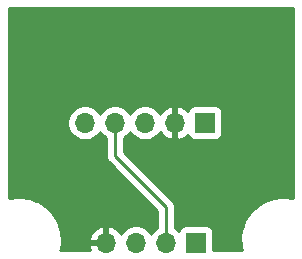
<source format=gbr>
%TF.GenerationSoftware,KiCad,Pcbnew,(5.1.6-0-10_14)*%
%TF.CreationDate,2021-05-10T19:57:21+02:00*%
%TF.ProjectId,GPS_adapter,4750535f-6164-4617-9074-65722e6b6963,rev?*%
%TF.SameCoordinates,Original*%
%TF.FileFunction,Copper,L1,Top*%
%TF.FilePolarity,Positive*%
%FSLAX46Y46*%
G04 Gerber Fmt 4.6, Leading zero omitted, Abs format (unit mm)*
G04 Created by KiCad (PCBNEW (5.1.6-0-10_14)) date 2021-05-10 19:57:21*
%MOMM*%
%LPD*%
G01*
G04 APERTURE LIST*
%TA.AperFunction,ComponentPad*%
%ADD10O,1.700000X1.700000*%
%TD*%
%TA.AperFunction,ComponentPad*%
%ADD11R,1.700000X1.700000*%
%TD*%
%TA.AperFunction,Conductor*%
%ADD12C,0.250000*%
%TD*%
%TA.AperFunction,Conductor*%
%ADD13C,0.254000*%
%TD*%
G04 APERTURE END LIST*
D10*
%TO.P,J2,4*%
%TO.N,GND*%
X139192000Y-102108000D03*
%TO.P,J2,3*%
%TO.N,TXD*%
X141732000Y-102108000D03*
%TO.P,J2,2*%
%TO.N,RXD*%
X144272000Y-102108000D03*
D11*
%TO.P,J2,1*%
%TO.N,VCC*%
X146812000Y-102108000D03*
%TD*%
D10*
%TO.P,J1,5*%
%TO.N,N/C*%
X137414000Y-91948000D03*
%TO.P,J1,4*%
%TO.N,RXD*%
X139954000Y-91948000D03*
%TO.P,J1,3*%
%TO.N,TXD*%
X142494000Y-91948000D03*
%TO.P,J1,2*%
%TO.N,GND*%
X145034000Y-91948000D03*
D11*
%TO.P,J1,1*%
%TO.N,VCC*%
X147574000Y-91948000D03*
%TD*%
D12*
%TO.N,RXD*%
X139954000Y-91948000D02*
X139954000Y-94742000D01*
X144272000Y-99060000D02*
X144272000Y-102108000D01*
X139954000Y-94742000D02*
X144272000Y-99060000D01*
%TD*%
D13*
%TO.N,GND*%
G36*
X155042000Y-98339597D02*
G01*
X155023362Y-98335144D01*
X154965393Y-98320436D01*
X154956273Y-98319116D01*
X154383567Y-98240296D01*
X154323788Y-98237962D01*
X154264059Y-98234793D01*
X154254856Y-98235270D01*
X154254854Y-98235270D01*
X153677747Y-98269190D01*
X153618646Y-98278512D01*
X153559445Y-98287005D01*
X153550510Y-98289260D01*
X152990981Y-98434629D01*
X152934869Y-98455234D01*
X152878393Y-98475082D01*
X152870066Y-98479030D01*
X152349428Y-98730310D01*
X152298370Y-98761432D01*
X152246841Y-98791862D01*
X152239440Y-98797352D01*
X151777525Y-99144973D01*
X151733484Y-99185420D01*
X151688849Y-99225277D01*
X151682655Y-99232100D01*
X151297056Y-99662819D01*
X151261714Y-99711044D01*
X151225665Y-99758819D01*
X151220914Y-99766715D01*
X150926320Y-100264128D01*
X150901000Y-100318339D01*
X150874935Y-100372168D01*
X150871808Y-100380837D01*
X150679440Y-100925997D01*
X150665127Y-100984111D01*
X150650020Y-101041956D01*
X150648636Y-101051067D01*
X150565819Y-101623209D01*
X150563069Y-101682949D01*
X150559482Y-101742677D01*
X150559895Y-101751883D01*
X150589786Y-102329215D01*
X150598693Y-102388361D01*
X150606774Y-102447638D01*
X150608967Y-102456588D01*
X150674939Y-102718000D01*
X148300072Y-102718000D01*
X148300072Y-101258000D01*
X148287812Y-101133518D01*
X148251502Y-101013820D01*
X148192537Y-100903506D01*
X148113185Y-100806815D01*
X148016494Y-100727463D01*
X147906180Y-100668498D01*
X147786482Y-100632188D01*
X147662000Y-100619928D01*
X145962000Y-100619928D01*
X145837518Y-100632188D01*
X145717820Y-100668498D01*
X145607506Y-100727463D01*
X145510815Y-100806815D01*
X145431463Y-100903506D01*
X145372498Y-101013820D01*
X145350487Y-101086380D01*
X145218632Y-100954525D01*
X145032000Y-100829822D01*
X145032000Y-99097322D01*
X145035676Y-99059999D01*
X145032000Y-99022676D01*
X145032000Y-99022667D01*
X145021003Y-98911014D01*
X144977546Y-98767753D01*
X144906974Y-98635724D01*
X144812001Y-98519999D01*
X144783004Y-98496202D01*
X140714000Y-94427199D01*
X140714000Y-93226178D01*
X140900632Y-93101475D01*
X141107475Y-92894632D01*
X141224000Y-92720240D01*
X141340525Y-92894632D01*
X141547368Y-93101475D01*
X141790589Y-93263990D01*
X142060842Y-93375932D01*
X142347740Y-93433000D01*
X142640260Y-93433000D01*
X142927158Y-93375932D01*
X143197411Y-93263990D01*
X143440632Y-93101475D01*
X143647475Y-92894632D01*
X143769195Y-92712466D01*
X143838822Y-92829355D01*
X144033731Y-93045588D01*
X144267080Y-93219641D01*
X144529901Y-93344825D01*
X144677110Y-93389476D01*
X144907000Y-93268155D01*
X144907000Y-92075000D01*
X144887000Y-92075000D01*
X144887000Y-91821000D01*
X144907000Y-91821000D01*
X144907000Y-90627845D01*
X145161000Y-90627845D01*
X145161000Y-91821000D01*
X145181000Y-91821000D01*
X145181000Y-92075000D01*
X145161000Y-92075000D01*
X145161000Y-93268155D01*
X145390890Y-93389476D01*
X145538099Y-93344825D01*
X145800920Y-93219641D01*
X146034269Y-93045588D01*
X146110034Y-92961534D01*
X146134498Y-93042180D01*
X146193463Y-93152494D01*
X146272815Y-93249185D01*
X146369506Y-93328537D01*
X146479820Y-93387502D01*
X146599518Y-93423812D01*
X146724000Y-93436072D01*
X148424000Y-93436072D01*
X148548482Y-93423812D01*
X148668180Y-93387502D01*
X148778494Y-93328537D01*
X148875185Y-93249185D01*
X148954537Y-93152494D01*
X149013502Y-93042180D01*
X149049812Y-92922482D01*
X149062072Y-92798000D01*
X149062072Y-91098000D01*
X149049812Y-90973518D01*
X149013502Y-90853820D01*
X148954537Y-90743506D01*
X148875185Y-90646815D01*
X148778494Y-90567463D01*
X148668180Y-90508498D01*
X148548482Y-90472188D01*
X148424000Y-90459928D01*
X146724000Y-90459928D01*
X146599518Y-90472188D01*
X146479820Y-90508498D01*
X146369506Y-90567463D01*
X146272815Y-90646815D01*
X146193463Y-90743506D01*
X146134498Y-90853820D01*
X146110034Y-90934466D01*
X146034269Y-90850412D01*
X145800920Y-90676359D01*
X145538099Y-90551175D01*
X145390890Y-90506524D01*
X145161000Y-90627845D01*
X144907000Y-90627845D01*
X144677110Y-90506524D01*
X144529901Y-90551175D01*
X144267080Y-90676359D01*
X144033731Y-90850412D01*
X143838822Y-91066645D01*
X143769195Y-91183534D01*
X143647475Y-91001368D01*
X143440632Y-90794525D01*
X143197411Y-90632010D01*
X142927158Y-90520068D01*
X142640260Y-90463000D01*
X142347740Y-90463000D01*
X142060842Y-90520068D01*
X141790589Y-90632010D01*
X141547368Y-90794525D01*
X141340525Y-91001368D01*
X141224000Y-91175760D01*
X141107475Y-91001368D01*
X140900632Y-90794525D01*
X140657411Y-90632010D01*
X140387158Y-90520068D01*
X140100260Y-90463000D01*
X139807740Y-90463000D01*
X139520842Y-90520068D01*
X139250589Y-90632010D01*
X139007368Y-90794525D01*
X138800525Y-91001368D01*
X138684000Y-91175760D01*
X138567475Y-91001368D01*
X138360632Y-90794525D01*
X138117411Y-90632010D01*
X137847158Y-90520068D01*
X137560260Y-90463000D01*
X137267740Y-90463000D01*
X136980842Y-90520068D01*
X136710589Y-90632010D01*
X136467368Y-90794525D01*
X136260525Y-91001368D01*
X136098010Y-91244589D01*
X135986068Y-91514842D01*
X135929000Y-91801740D01*
X135929000Y-92094260D01*
X135986068Y-92381158D01*
X136098010Y-92651411D01*
X136260525Y-92894632D01*
X136467368Y-93101475D01*
X136710589Y-93263990D01*
X136980842Y-93375932D01*
X137267740Y-93433000D01*
X137560260Y-93433000D01*
X137847158Y-93375932D01*
X138117411Y-93263990D01*
X138360632Y-93101475D01*
X138567475Y-92894632D01*
X138684000Y-92720240D01*
X138800525Y-92894632D01*
X139007368Y-93101475D01*
X139194000Y-93226179D01*
X139194001Y-94704668D01*
X139190324Y-94742000D01*
X139204998Y-94890985D01*
X139248454Y-95034246D01*
X139319026Y-95166276D01*
X139390201Y-95253002D01*
X139414000Y-95282001D01*
X139442998Y-95305799D01*
X143512000Y-99374802D01*
X143512001Y-100829821D01*
X143325368Y-100954525D01*
X143118525Y-101161368D01*
X143002000Y-101335760D01*
X142885475Y-101161368D01*
X142678632Y-100954525D01*
X142435411Y-100792010D01*
X142165158Y-100680068D01*
X141878260Y-100623000D01*
X141585740Y-100623000D01*
X141298842Y-100680068D01*
X141028589Y-100792010D01*
X140785368Y-100954525D01*
X140578525Y-101161368D01*
X140456805Y-101343534D01*
X140387178Y-101226645D01*
X140192269Y-101010412D01*
X139958920Y-100836359D01*
X139696099Y-100711175D01*
X139548890Y-100666524D01*
X139319000Y-100787845D01*
X139319000Y-101981000D01*
X139339000Y-101981000D01*
X139339000Y-102235000D01*
X139319000Y-102235000D01*
X139319000Y-102255000D01*
X139065000Y-102255000D01*
X139065000Y-102235000D01*
X137871186Y-102235000D01*
X137750519Y-102464891D01*
X137840304Y-102718000D01*
X135340403Y-102718000D01*
X135344852Y-102699379D01*
X135359564Y-102641394D01*
X135360884Y-102632274D01*
X135439704Y-102059567D01*
X135442037Y-101999821D01*
X135445207Y-101940059D01*
X135444730Y-101930856D01*
X135434166Y-101751109D01*
X137750519Y-101751109D01*
X137871186Y-101981000D01*
X139065000Y-101981000D01*
X139065000Y-100787845D01*
X138835110Y-100666524D01*
X138687901Y-100711175D01*
X138425080Y-100836359D01*
X138191731Y-101010412D01*
X137996822Y-101226645D01*
X137847843Y-101476748D01*
X137750519Y-101751109D01*
X135434166Y-101751109D01*
X135410810Y-101353747D01*
X135401488Y-101294646D01*
X135392995Y-101235445D01*
X135390740Y-101226510D01*
X135245371Y-100666981D01*
X135224766Y-100610869D01*
X135204918Y-100554393D01*
X135200970Y-100546066D01*
X134949690Y-100025428D01*
X134918568Y-99974370D01*
X134888138Y-99922841D01*
X134882648Y-99915440D01*
X134535027Y-99453525D01*
X134494580Y-99409484D01*
X134454723Y-99364849D01*
X134447900Y-99358655D01*
X134017181Y-98973056D01*
X133968956Y-98937714D01*
X133921181Y-98901665D01*
X133913285Y-98896914D01*
X133415872Y-98602320D01*
X133361661Y-98577000D01*
X133307832Y-98550935D01*
X133299163Y-98547808D01*
X132754003Y-98355440D01*
X132695889Y-98341127D01*
X132638044Y-98326020D01*
X132628933Y-98324636D01*
X132056791Y-98241819D01*
X131997049Y-98239069D01*
X131937322Y-98235482D01*
X131928116Y-98235895D01*
X131350785Y-98265786D01*
X131291644Y-98274692D01*
X131232362Y-98282774D01*
X131223414Y-98284967D01*
X131223411Y-98284967D01*
X131223409Y-98284968D01*
X130962000Y-98350939D01*
X130962000Y-82194000D01*
X155042001Y-82194000D01*
X155042000Y-98339597D01*
G37*
X155042000Y-98339597D02*
X155023362Y-98335144D01*
X154965393Y-98320436D01*
X154956273Y-98319116D01*
X154383567Y-98240296D01*
X154323788Y-98237962D01*
X154264059Y-98234793D01*
X154254856Y-98235270D01*
X154254854Y-98235270D01*
X153677747Y-98269190D01*
X153618646Y-98278512D01*
X153559445Y-98287005D01*
X153550510Y-98289260D01*
X152990981Y-98434629D01*
X152934869Y-98455234D01*
X152878393Y-98475082D01*
X152870066Y-98479030D01*
X152349428Y-98730310D01*
X152298370Y-98761432D01*
X152246841Y-98791862D01*
X152239440Y-98797352D01*
X151777525Y-99144973D01*
X151733484Y-99185420D01*
X151688849Y-99225277D01*
X151682655Y-99232100D01*
X151297056Y-99662819D01*
X151261714Y-99711044D01*
X151225665Y-99758819D01*
X151220914Y-99766715D01*
X150926320Y-100264128D01*
X150901000Y-100318339D01*
X150874935Y-100372168D01*
X150871808Y-100380837D01*
X150679440Y-100925997D01*
X150665127Y-100984111D01*
X150650020Y-101041956D01*
X150648636Y-101051067D01*
X150565819Y-101623209D01*
X150563069Y-101682949D01*
X150559482Y-101742677D01*
X150559895Y-101751883D01*
X150589786Y-102329215D01*
X150598693Y-102388361D01*
X150606774Y-102447638D01*
X150608967Y-102456588D01*
X150674939Y-102718000D01*
X148300072Y-102718000D01*
X148300072Y-101258000D01*
X148287812Y-101133518D01*
X148251502Y-101013820D01*
X148192537Y-100903506D01*
X148113185Y-100806815D01*
X148016494Y-100727463D01*
X147906180Y-100668498D01*
X147786482Y-100632188D01*
X147662000Y-100619928D01*
X145962000Y-100619928D01*
X145837518Y-100632188D01*
X145717820Y-100668498D01*
X145607506Y-100727463D01*
X145510815Y-100806815D01*
X145431463Y-100903506D01*
X145372498Y-101013820D01*
X145350487Y-101086380D01*
X145218632Y-100954525D01*
X145032000Y-100829822D01*
X145032000Y-99097322D01*
X145035676Y-99059999D01*
X145032000Y-99022676D01*
X145032000Y-99022667D01*
X145021003Y-98911014D01*
X144977546Y-98767753D01*
X144906974Y-98635724D01*
X144812001Y-98519999D01*
X144783004Y-98496202D01*
X140714000Y-94427199D01*
X140714000Y-93226178D01*
X140900632Y-93101475D01*
X141107475Y-92894632D01*
X141224000Y-92720240D01*
X141340525Y-92894632D01*
X141547368Y-93101475D01*
X141790589Y-93263990D01*
X142060842Y-93375932D01*
X142347740Y-93433000D01*
X142640260Y-93433000D01*
X142927158Y-93375932D01*
X143197411Y-93263990D01*
X143440632Y-93101475D01*
X143647475Y-92894632D01*
X143769195Y-92712466D01*
X143838822Y-92829355D01*
X144033731Y-93045588D01*
X144267080Y-93219641D01*
X144529901Y-93344825D01*
X144677110Y-93389476D01*
X144907000Y-93268155D01*
X144907000Y-92075000D01*
X144887000Y-92075000D01*
X144887000Y-91821000D01*
X144907000Y-91821000D01*
X144907000Y-90627845D01*
X145161000Y-90627845D01*
X145161000Y-91821000D01*
X145181000Y-91821000D01*
X145181000Y-92075000D01*
X145161000Y-92075000D01*
X145161000Y-93268155D01*
X145390890Y-93389476D01*
X145538099Y-93344825D01*
X145800920Y-93219641D01*
X146034269Y-93045588D01*
X146110034Y-92961534D01*
X146134498Y-93042180D01*
X146193463Y-93152494D01*
X146272815Y-93249185D01*
X146369506Y-93328537D01*
X146479820Y-93387502D01*
X146599518Y-93423812D01*
X146724000Y-93436072D01*
X148424000Y-93436072D01*
X148548482Y-93423812D01*
X148668180Y-93387502D01*
X148778494Y-93328537D01*
X148875185Y-93249185D01*
X148954537Y-93152494D01*
X149013502Y-93042180D01*
X149049812Y-92922482D01*
X149062072Y-92798000D01*
X149062072Y-91098000D01*
X149049812Y-90973518D01*
X149013502Y-90853820D01*
X148954537Y-90743506D01*
X148875185Y-90646815D01*
X148778494Y-90567463D01*
X148668180Y-90508498D01*
X148548482Y-90472188D01*
X148424000Y-90459928D01*
X146724000Y-90459928D01*
X146599518Y-90472188D01*
X146479820Y-90508498D01*
X146369506Y-90567463D01*
X146272815Y-90646815D01*
X146193463Y-90743506D01*
X146134498Y-90853820D01*
X146110034Y-90934466D01*
X146034269Y-90850412D01*
X145800920Y-90676359D01*
X145538099Y-90551175D01*
X145390890Y-90506524D01*
X145161000Y-90627845D01*
X144907000Y-90627845D01*
X144677110Y-90506524D01*
X144529901Y-90551175D01*
X144267080Y-90676359D01*
X144033731Y-90850412D01*
X143838822Y-91066645D01*
X143769195Y-91183534D01*
X143647475Y-91001368D01*
X143440632Y-90794525D01*
X143197411Y-90632010D01*
X142927158Y-90520068D01*
X142640260Y-90463000D01*
X142347740Y-90463000D01*
X142060842Y-90520068D01*
X141790589Y-90632010D01*
X141547368Y-90794525D01*
X141340525Y-91001368D01*
X141224000Y-91175760D01*
X141107475Y-91001368D01*
X140900632Y-90794525D01*
X140657411Y-90632010D01*
X140387158Y-90520068D01*
X140100260Y-90463000D01*
X139807740Y-90463000D01*
X139520842Y-90520068D01*
X139250589Y-90632010D01*
X139007368Y-90794525D01*
X138800525Y-91001368D01*
X138684000Y-91175760D01*
X138567475Y-91001368D01*
X138360632Y-90794525D01*
X138117411Y-90632010D01*
X137847158Y-90520068D01*
X137560260Y-90463000D01*
X137267740Y-90463000D01*
X136980842Y-90520068D01*
X136710589Y-90632010D01*
X136467368Y-90794525D01*
X136260525Y-91001368D01*
X136098010Y-91244589D01*
X135986068Y-91514842D01*
X135929000Y-91801740D01*
X135929000Y-92094260D01*
X135986068Y-92381158D01*
X136098010Y-92651411D01*
X136260525Y-92894632D01*
X136467368Y-93101475D01*
X136710589Y-93263990D01*
X136980842Y-93375932D01*
X137267740Y-93433000D01*
X137560260Y-93433000D01*
X137847158Y-93375932D01*
X138117411Y-93263990D01*
X138360632Y-93101475D01*
X138567475Y-92894632D01*
X138684000Y-92720240D01*
X138800525Y-92894632D01*
X139007368Y-93101475D01*
X139194000Y-93226179D01*
X139194001Y-94704668D01*
X139190324Y-94742000D01*
X139204998Y-94890985D01*
X139248454Y-95034246D01*
X139319026Y-95166276D01*
X139390201Y-95253002D01*
X139414000Y-95282001D01*
X139442998Y-95305799D01*
X143512000Y-99374802D01*
X143512001Y-100829821D01*
X143325368Y-100954525D01*
X143118525Y-101161368D01*
X143002000Y-101335760D01*
X142885475Y-101161368D01*
X142678632Y-100954525D01*
X142435411Y-100792010D01*
X142165158Y-100680068D01*
X141878260Y-100623000D01*
X141585740Y-100623000D01*
X141298842Y-100680068D01*
X141028589Y-100792010D01*
X140785368Y-100954525D01*
X140578525Y-101161368D01*
X140456805Y-101343534D01*
X140387178Y-101226645D01*
X140192269Y-101010412D01*
X139958920Y-100836359D01*
X139696099Y-100711175D01*
X139548890Y-100666524D01*
X139319000Y-100787845D01*
X139319000Y-101981000D01*
X139339000Y-101981000D01*
X139339000Y-102235000D01*
X139319000Y-102235000D01*
X139319000Y-102255000D01*
X139065000Y-102255000D01*
X139065000Y-102235000D01*
X137871186Y-102235000D01*
X137750519Y-102464891D01*
X137840304Y-102718000D01*
X135340403Y-102718000D01*
X135344852Y-102699379D01*
X135359564Y-102641394D01*
X135360884Y-102632274D01*
X135439704Y-102059567D01*
X135442037Y-101999821D01*
X135445207Y-101940059D01*
X135444730Y-101930856D01*
X135434166Y-101751109D01*
X137750519Y-101751109D01*
X137871186Y-101981000D01*
X139065000Y-101981000D01*
X139065000Y-100787845D01*
X138835110Y-100666524D01*
X138687901Y-100711175D01*
X138425080Y-100836359D01*
X138191731Y-101010412D01*
X137996822Y-101226645D01*
X137847843Y-101476748D01*
X137750519Y-101751109D01*
X135434166Y-101751109D01*
X135410810Y-101353747D01*
X135401488Y-101294646D01*
X135392995Y-101235445D01*
X135390740Y-101226510D01*
X135245371Y-100666981D01*
X135224766Y-100610869D01*
X135204918Y-100554393D01*
X135200970Y-100546066D01*
X134949690Y-100025428D01*
X134918568Y-99974370D01*
X134888138Y-99922841D01*
X134882648Y-99915440D01*
X134535027Y-99453525D01*
X134494580Y-99409484D01*
X134454723Y-99364849D01*
X134447900Y-99358655D01*
X134017181Y-98973056D01*
X133968956Y-98937714D01*
X133921181Y-98901665D01*
X133913285Y-98896914D01*
X133415872Y-98602320D01*
X133361661Y-98577000D01*
X133307832Y-98550935D01*
X133299163Y-98547808D01*
X132754003Y-98355440D01*
X132695889Y-98341127D01*
X132638044Y-98326020D01*
X132628933Y-98324636D01*
X132056791Y-98241819D01*
X131997049Y-98239069D01*
X131937322Y-98235482D01*
X131928116Y-98235895D01*
X131350785Y-98265786D01*
X131291644Y-98274692D01*
X131232362Y-98282774D01*
X131223414Y-98284967D01*
X131223411Y-98284967D01*
X131223409Y-98284968D01*
X130962000Y-98350939D01*
X130962000Y-82194000D01*
X155042001Y-82194000D01*
X155042000Y-98339597D01*
%TD*%
M02*

</source>
